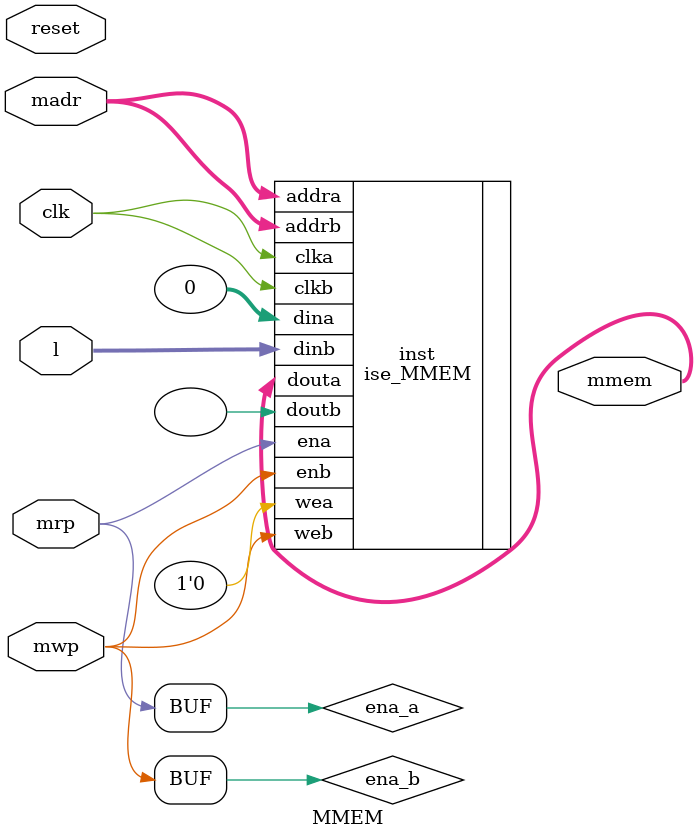
<source format=v>

`timescale 1ns/1ps
`default_nettype none

module MMEM(/*AUTOARG*/
   // Outputs
   mmem,
   // Inputs
   clk, reset, l, madr, mrp, mwp
   );

   input clk;
   input reset;

   input [31:0] l;
   input [4:0] madr;
   input mrp;
   input mwp;
   output [31:0] mmem;

   ////////////////////////////////////////////////////////////////////////////////

   localparam ADDR_WIDTH = 5;
   localparam DATA_WIDTH = 32;
   localparam MEM_DEPTH = 32;

   ////////////////////////////////////////////////////////////////////////////////

`ifdef SIMULATION
   reg [31:0] ram [0:31];
   reg [31:0] out_a;
   reg [31:0] out_b;

   assign mmem = out_a;


   always @(posedge clk)
     if (1'b0) begin
	ram[madr] <= 32'b0;
     end else if (mwp) begin
	ram[madr] <= l;
     end

   always @(posedge clk)
     if (reset)
       out_a <= 0;
     else if (mrp) begin
	out_a <= ram[madr];
     end

   always @(posedge clk)
     if (reset)
       out_b <= 0;
     else if (1'b0) begin
	out_b <= ram[madr];
     end
`else
   wire ena_a = mrp | 1'b0;
   wire ena_b = 1'b0 | mwp;

   ise_MMEM inst
     (
      .clka(clk),
      .ena(ena_a),
      .wea(1'b0),
      .addra(madr),
      .dina(32'b0),
      .douta(mmem),
      .clkb(clk),
      .enb(ena_b),
      .web(mwp),
      .addrb(madr),
      .dinb(l),
      .doutb()
      /*AUTOINST*/);

`endif

endmodule

`default_nettype wire

// Local Variables:
// verilog-library-directories: (".." "../cores/xilinx")
// End:

</source>
